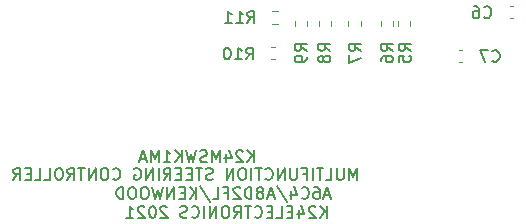
<source format=gbr>
%TF.GenerationSoftware,KiCad,Pcbnew,(5.1.9)-1*%
%TF.CreationDate,2021-10-08T19:18:35+02:00*%
%TF.ProjectId,multi_steering_kenwood_K24MSWK1MA,6d756c74-695f-4737-9465-6572696e675f,rev?*%
%TF.SameCoordinates,Original*%
%TF.FileFunction,Legend,Bot*%
%TF.FilePolarity,Positive*%
%FSLAX46Y46*%
G04 Gerber Fmt 4.6, Leading zero omitted, Abs format (unit mm)*
G04 Created by KiCad (PCBNEW (5.1.9)-1) date 2021-10-08 19:18:35*
%MOMM*%
%LPD*%
G01*
G04 APERTURE LIST*
%ADD10C,0.150000*%
%ADD11C,0.120000*%
G04 APERTURE END LIST*
D10*
X111858880Y-132100180D02*
X111858880Y-131100180D01*
X111287452Y-132100180D02*
X111716023Y-131528752D01*
X111287452Y-131100180D02*
X111858880Y-131671609D01*
X110906500Y-131195419D02*
X110858880Y-131147800D01*
X110763642Y-131100180D01*
X110525547Y-131100180D01*
X110430309Y-131147800D01*
X110382690Y-131195419D01*
X110335071Y-131290657D01*
X110335071Y-131385895D01*
X110382690Y-131528752D01*
X110954119Y-132100180D01*
X110335071Y-132100180D01*
X109477928Y-131433514D02*
X109477928Y-132100180D01*
X109716023Y-131052561D02*
X109954119Y-131766847D01*
X109335071Y-131766847D01*
X108954119Y-131576371D02*
X108620785Y-131576371D01*
X108477928Y-132100180D02*
X108954119Y-132100180D01*
X108954119Y-131100180D01*
X108477928Y-131100180D01*
X107573166Y-132100180D02*
X108049357Y-132100180D01*
X108049357Y-131100180D01*
X107239833Y-131576371D02*
X106906500Y-131576371D01*
X106763642Y-132100180D02*
X107239833Y-132100180D01*
X107239833Y-131100180D01*
X106763642Y-131100180D01*
X105763642Y-132004942D02*
X105811261Y-132052561D01*
X105954119Y-132100180D01*
X106049357Y-132100180D01*
X106192214Y-132052561D01*
X106287452Y-131957323D01*
X106335071Y-131862085D01*
X106382690Y-131671609D01*
X106382690Y-131528752D01*
X106335071Y-131338276D01*
X106287452Y-131243038D01*
X106192214Y-131147800D01*
X106049357Y-131100180D01*
X105954119Y-131100180D01*
X105811261Y-131147800D01*
X105763642Y-131195419D01*
X105477928Y-131100180D02*
X104906500Y-131100180D01*
X105192214Y-132100180D02*
X105192214Y-131100180D01*
X104001738Y-132100180D02*
X104335071Y-131623990D01*
X104573166Y-132100180D02*
X104573166Y-131100180D01*
X104192214Y-131100180D01*
X104096976Y-131147800D01*
X104049357Y-131195419D01*
X104001738Y-131290657D01*
X104001738Y-131433514D01*
X104049357Y-131528752D01*
X104096976Y-131576371D01*
X104192214Y-131623990D01*
X104573166Y-131623990D01*
X103382690Y-131100180D02*
X103192214Y-131100180D01*
X103096976Y-131147800D01*
X103001738Y-131243038D01*
X102954119Y-131433514D01*
X102954119Y-131766847D01*
X103001738Y-131957323D01*
X103096976Y-132052561D01*
X103192214Y-132100180D01*
X103382690Y-132100180D01*
X103477928Y-132052561D01*
X103573166Y-131957323D01*
X103620785Y-131766847D01*
X103620785Y-131433514D01*
X103573166Y-131243038D01*
X103477928Y-131147800D01*
X103382690Y-131100180D01*
X102525547Y-132100180D02*
X102525547Y-131100180D01*
X101954119Y-132100180D01*
X101954119Y-131100180D01*
X101477928Y-132100180D02*
X101477928Y-131100180D01*
X100430309Y-132004942D02*
X100477928Y-132052561D01*
X100620785Y-132100180D01*
X100716023Y-132100180D01*
X100858880Y-132052561D01*
X100954119Y-131957323D01*
X101001738Y-131862085D01*
X101049357Y-131671609D01*
X101049357Y-131528752D01*
X101001738Y-131338276D01*
X100954119Y-131243038D01*
X100858880Y-131147800D01*
X100716023Y-131100180D01*
X100620785Y-131100180D01*
X100477928Y-131147800D01*
X100430309Y-131195419D01*
X100049357Y-132052561D02*
X99906500Y-132100180D01*
X99668404Y-132100180D01*
X99573166Y-132052561D01*
X99525547Y-132004942D01*
X99477928Y-131909704D01*
X99477928Y-131814466D01*
X99525547Y-131719228D01*
X99573166Y-131671609D01*
X99668404Y-131623990D01*
X99858880Y-131576371D01*
X99954119Y-131528752D01*
X100001738Y-131481133D01*
X100049357Y-131385895D01*
X100049357Y-131290657D01*
X100001738Y-131195419D01*
X99954119Y-131147800D01*
X99858880Y-131100180D01*
X99620785Y-131100180D01*
X99477928Y-131147800D01*
X98335071Y-131195419D02*
X98287452Y-131147800D01*
X98192214Y-131100180D01*
X97954119Y-131100180D01*
X97858880Y-131147800D01*
X97811261Y-131195419D01*
X97763642Y-131290657D01*
X97763642Y-131385895D01*
X97811261Y-131528752D01*
X98382690Y-132100180D01*
X97763642Y-132100180D01*
X97144595Y-131100180D02*
X97049357Y-131100180D01*
X96954119Y-131147800D01*
X96906500Y-131195419D01*
X96858880Y-131290657D01*
X96811261Y-131481133D01*
X96811261Y-131719228D01*
X96858880Y-131909704D01*
X96906500Y-132004942D01*
X96954119Y-132052561D01*
X97049357Y-132100180D01*
X97144595Y-132100180D01*
X97239833Y-132052561D01*
X97287452Y-132004942D01*
X97335071Y-131909704D01*
X97382690Y-131719228D01*
X97382690Y-131481133D01*
X97335071Y-131290657D01*
X97287452Y-131195419D01*
X97239833Y-131147800D01*
X97144595Y-131100180D01*
X96430309Y-131195419D02*
X96382690Y-131147800D01*
X96287452Y-131100180D01*
X96049357Y-131100180D01*
X95954119Y-131147800D01*
X95906500Y-131195419D01*
X95858880Y-131290657D01*
X95858880Y-131385895D01*
X95906500Y-131528752D01*
X96477928Y-132100180D01*
X95858880Y-132100180D01*
X94906500Y-132100180D02*
X95477928Y-132100180D01*
X95192214Y-132100180D02*
X95192214Y-131100180D01*
X95287452Y-131243038D01*
X95382690Y-131338276D01*
X95477928Y-131385895D01*
X112154119Y-130214466D02*
X111677928Y-130214466D01*
X112249357Y-130500180D02*
X111916023Y-129500180D01*
X111582690Y-130500180D01*
X110820785Y-129500180D02*
X111011261Y-129500180D01*
X111106500Y-129547800D01*
X111154119Y-129595419D01*
X111249357Y-129738276D01*
X111296976Y-129928752D01*
X111296976Y-130309704D01*
X111249357Y-130404942D01*
X111201738Y-130452561D01*
X111106500Y-130500180D01*
X110916023Y-130500180D01*
X110820785Y-130452561D01*
X110773166Y-130404942D01*
X110725547Y-130309704D01*
X110725547Y-130071609D01*
X110773166Y-129976371D01*
X110820785Y-129928752D01*
X110916023Y-129881133D01*
X111106500Y-129881133D01*
X111201738Y-129928752D01*
X111249357Y-129976371D01*
X111296976Y-130071609D01*
X109725547Y-130404942D02*
X109773166Y-130452561D01*
X109916023Y-130500180D01*
X110011261Y-130500180D01*
X110154119Y-130452561D01*
X110249357Y-130357323D01*
X110296976Y-130262085D01*
X110344595Y-130071609D01*
X110344595Y-129928752D01*
X110296976Y-129738276D01*
X110249357Y-129643038D01*
X110154119Y-129547800D01*
X110011261Y-129500180D01*
X109916023Y-129500180D01*
X109773166Y-129547800D01*
X109725547Y-129595419D01*
X108868404Y-129833514D02*
X108868404Y-130500180D01*
X109106500Y-129452561D02*
X109344595Y-130166847D01*
X108725547Y-130166847D01*
X107630309Y-129452561D02*
X108487452Y-130738276D01*
X107344595Y-130214466D02*
X106868404Y-130214466D01*
X107439833Y-130500180D02*
X107106500Y-129500180D01*
X106773166Y-130500180D01*
X106296976Y-129928752D02*
X106392214Y-129881133D01*
X106439833Y-129833514D01*
X106487452Y-129738276D01*
X106487452Y-129690657D01*
X106439833Y-129595419D01*
X106392214Y-129547800D01*
X106296976Y-129500180D01*
X106106500Y-129500180D01*
X106011261Y-129547800D01*
X105963642Y-129595419D01*
X105916023Y-129690657D01*
X105916023Y-129738276D01*
X105963642Y-129833514D01*
X106011261Y-129881133D01*
X106106500Y-129928752D01*
X106296976Y-129928752D01*
X106392214Y-129976371D01*
X106439833Y-130023990D01*
X106487452Y-130119228D01*
X106487452Y-130309704D01*
X106439833Y-130404942D01*
X106392214Y-130452561D01*
X106296976Y-130500180D01*
X106106500Y-130500180D01*
X106011261Y-130452561D01*
X105963642Y-130404942D01*
X105916023Y-130309704D01*
X105916023Y-130119228D01*
X105963642Y-130023990D01*
X106011261Y-129976371D01*
X106106500Y-129928752D01*
X105487452Y-130500180D02*
X105487452Y-129500180D01*
X105249357Y-129500180D01*
X105106500Y-129547800D01*
X105011261Y-129643038D01*
X104963642Y-129738276D01*
X104916023Y-129928752D01*
X104916023Y-130071609D01*
X104963642Y-130262085D01*
X105011261Y-130357323D01*
X105106500Y-130452561D01*
X105249357Y-130500180D01*
X105487452Y-130500180D01*
X104535071Y-129595419D02*
X104487452Y-129547800D01*
X104392214Y-129500180D01*
X104154119Y-129500180D01*
X104058880Y-129547800D01*
X104011261Y-129595419D01*
X103963642Y-129690657D01*
X103963642Y-129785895D01*
X104011261Y-129928752D01*
X104582690Y-130500180D01*
X103963642Y-130500180D01*
X103201738Y-129976371D02*
X103535071Y-129976371D01*
X103535071Y-130500180D02*
X103535071Y-129500180D01*
X103058880Y-129500180D01*
X102201738Y-130500180D02*
X102677928Y-130500180D01*
X102677928Y-129500180D01*
X101154119Y-129452561D02*
X102011261Y-130738276D01*
X100820785Y-130500180D02*
X100820785Y-129500180D01*
X100249357Y-130500180D02*
X100677928Y-129928752D01*
X100249357Y-129500180D02*
X100820785Y-130071609D01*
X99820785Y-129976371D02*
X99487452Y-129976371D01*
X99344595Y-130500180D02*
X99820785Y-130500180D01*
X99820785Y-129500180D01*
X99344595Y-129500180D01*
X98916023Y-130500180D02*
X98916023Y-129500180D01*
X98344595Y-130500180D01*
X98344595Y-129500180D01*
X97963642Y-129500180D02*
X97725547Y-130500180D01*
X97535071Y-129785895D01*
X97344595Y-130500180D01*
X97106500Y-129500180D01*
X96535071Y-129500180D02*
X96344595Y-129500180D01*
X96249357Y-129547800D01*
X96154119Y-129643038D01*
X96106500Y-129833514D01*
X96106500Y-130166847D01*
X96154119Y-130357323D01*
X96249357Y-130452561D01*
X96344595Y-130500180D01*
X96535071Y-130500180D01*
X96630309Y-130452561D01*
X96725547Y-130357323D01*
X96773166Y-130166847D01*
X96773166Y-129833514D01*
X96725547Y-129643038D01*
X96630309Y-129547800D01*
X96535071Y-129500180D01*
X95487452Y-129500180D02*
X95296976Y-129500180D01*
X95201738Y-129547800D01*
X95106500Y-129643038D01*
X95058880Y-129833514D01*
X95058880Y-130166847D01*
X95106500Y-130357323D01*
X95201738Y-130452561D01*
X95296976Y-130500180D01*
X95487452Y-130500180D01*
X95582690Y-130452561D01*
X95677928Y-130357323D01*
X95725547Y-130166847D01*
X95725547Y-129833514D01*
X95677928Y-129643038D01*
X95582690Y-129547800D01*
X95487452Y-129500180D01*
X94630309Y-130500180D02*
X94630309Y-129500180D01*
X94392214Y-129500180D01*
X94249357Y-129547800D01*
X94154119Y-129643038D01*
X94106500Y-129738276D01*
X94058880Y-129928752D01*
X94058880Y-130071609D01*
X94106500Y-130262085D01*
X94154119Y-130357323D01*
X94249357Y-130452561D01*
X94392214Y-130500180D01*
X94630309Y-130500180D01*
X114430309Y-128900180D02*
X114430309Y-127900180D01*
X114096976Y-128614466D01*
X113763642Y-127900180D01*
X113763642Y-128900180D01*
X113287452Y-127900180D02*
X113287452Y-128709704D01*
X113239833Y-128804942D01*
X113192214Y-128852561D01*
X113096976Y-128900180D01*
X112906500Y-128900180D01*
X112811261Y-128852561D01*
X112763642Y-128804942D01*
X112716023Y-128709704D01*
X112716023Y-127900180D01*
X111763642Y-128900180D02*
X112239833Y-128900180D01*
X112239833Y-127900180D01*
X111573166Y-127900180D02*
X111001738Y-127900180D01*
X111287452Y-128900180D02*
X111287452Y-127900180D01*
X110668404Y-128900180D02*
X110668404Y-127900180D01*
X109858880Y-128376371D02*
X110192214Y-128376371D01*
X110192214Y-128900180D02*
X110192214Y-127900180D01*
X109716023Y-127900180D01*
X109335071Y-127900180D02*
X109335071Y-128709704D01*
X109287452Y-128804942D01*
X109239833Y-128852561D01*
X109144595Y-128900180D01*
X108954119Y-128900180D01*
X108858880Y-128852561D01*
X108811261Y-128804942D01*
X108763642Y-128709704D01*
X108763642Y-127900180D01*
X108287452Y-128900180D02*
X108287452Y-127900180D01*
X107716023Y-128900180D01*
X107716023Y-127900180D01*
X106668404Y-128804942D02*
X106716023Y-128852561D01*
X106858880Y-128900180D01*
X106954119Y-128900180D01*
X107096976Y-128852561D01*
X107192214Y-128757323D01*
X107239833Y-128662085D01*
X107287452Y-128471609D01*
X107287452Y-128328752D01*
X107239833Y-128138276D01*
X107192214Y-128043038D01*
X107096976Y-127947800D01*
X106954119Y-127900180D01*
X106858880Y-127900180D01*
X106716023Y-127947800D01*
X106668404Y-127995419D01*
X106382690Y-127900180D02*
X105811261Y-127900180D01*
X106096976Y-128900180D02*
X106096976Y-127900180D01*
X105477928Y-128900180D02*
X105477928Y-127900180D01*
X104811261Y-127900180D02*
X104620785Y-127900180D01*
X104525547Y-127947800D01*
X104430309Y-128043038D01*
X104382690Y-128233514D01*
X104382690Y-128566847D01*
X104430309Y-128757323D01*
X104525547Y-128852561D01*
X104620785Y-128900180D01*
X104811261Y-128900180D01*
X104906500Y-128852561D01*
X105001738Y-128757323D01*
X105049357Y-128566847D01*
X105049357Y-128233514D01*
X105001738Y-128043038D01*
X104906500Y-127947800D01*
X104811261Y-127900180D01*
X103954119Y-128900180D02*
X103954119Y-127900180D01*
X103382690Y-128900180D01*
X103382690Y-127900180D01*
X102192214Y-128852561D02*
X102049357Y-128900180D01*
X101811261Y-128900180D01*
X101716023Y-128852561D01*
X101668404Y-128804942D01*
X101620785Y-128709704D01*
X101620785Y-128614466D01*
X101668404Y-128519228D01*
X101716023Y-128471609D01*
X101811261Y-128423990D01*
X102001738Y-128376371D01*
X102096976Y-128328752D01*
X102144595Y-128281133D01*
X102192214Y-128185895D01*
X102192214Y-128090657D01*
X102144595Y-127995419D01*
X102096976Y-127947800D01*
X102001738Y-127900180D01*
X101763642Y-127900180D01*
X101620785Y-127947800D01*
X101335071Y-127900180D02*
X100763642Y-127900180D01*
X101049357Y-128900180D02*
X101049357Y-127900180D01*
X100430309Y-128376371D02*
X100096976Y-128376371D01*
X99954119Y-128900180D02*
X100430309Y-128900180D01*
X100430309Y-127900180D01*
X99954119Y-127900180D01*
X99525547Y-128376371D02*
X99192214Y-128376371D01*
X99049357Y-128900180D02*
X99525547Y-128900180D01*
X99525547Y-127900180D01*
X99049357Y-127900180D01*
X98049357Y-128900180D02*
X98382690Y-128423990D01*
X98620785Y-128900180D02*
X98620785Y-127900180D01*
X98239833Y-127900180D01*
X98144595Y-127947800D01*
X98096976Y-127995419D01*
X98049357Y-128090657D01*
X98049357Y-128233514D01*
X98096976Y-128328752D01*
X98144595Y-128376371D01*
X98239833Y-128423990D01*
X98620785Y-128423990D01*
X97620785Y-128900180D02*
X97620785Y-127900180D01*
X97144595Y-128900180D02*
X97144595Y-127900180D01*
X96573166Y-128900180D01*
X96573166Y-127900180D01*
X95573166Y-127947800D02*
X95668404Y-127900180D01*
X95811261Y-127900180D01*
X95954119Y-127947800D01*
X96049357Y-128043038D01*
X96096976Y-128138276D01*
X96144595Y-128328752D01*
X96144595Y-128471609D01*
X96096976Y-128662085D01*
X96049357Y-128757323D01*
X95954119Y-128852561D01*
X95811261Y-128900180D01*
X95716023Y-128900180D01*
X95573166Y-128852561D01*
X95525547Y-128804942D01*
X95525547Y-128471609D01*
X95716023Y-128471609D01*
X93763642Y-128804942D02*
X93811261Y-128852561D01*
X93954119Y-128900180D01*
X94049357Y-128900180D01*
X94192214Y-128852561D01*
X94287452Y-128757323D01*
X94335071Y-128662085D01*
X94382690Y-128471609D01*
X94382690Y-128328752D01*
X94335071Y-128138276D01*
X94287452Y-128043038D01*
X94192214Y-127947800D01*
X94049357Y-127900180D01*
X93954119Y-127900180D01*
X93811261Y-127947800D01*
X93763642Y-127995419D01*
X93144595Y-127900180D02*
X92954119Y-127900180D01*
X92858880Y-127947800D01*
X92763642Y-128043038D01*
X92716023Y-128233514D01*
X92716023Y-128566847D01*
X92763642Y-128757323D01*
X92858880Y-128852561D01*
X92954119Y-128900180D01*
X93144595Y-128900180D01*
X93239833Y-128852561D01*
X93335071Y-128757323D01*
X93382690Y-128566847D01*
X93382690Y-128233514D01*
X93335071Y-128043038D01*
X93239833Y-127947800D01*
X93144595Y-127900180D01*
X92287452Y-128900180D02*
X92287452Y-127900180D01*
X91716023Y-128900180D01*
X91716023Y-127900180D01*
X91382690Y-127900180D02*
X90811261Y-127900180D01*
X91096976Y-128900180D02*
X91096976Y-127900180D01*
X89906500Y-128900180D02*
X90239833Y-128423990D01*
X90477928Y-128900180D02*
X90477928Y-127900180D01*
X90096976Y-127900180D01*
X90001738Y-127947800D01*
X89954119Y-127995419D01*
X89906500Y-128090657D01*
X89906500Y-128233514D01*
X89954119Y-128328752D01*
X90001738Y-128376371D01*
X90096976Y-128423990D01*
X90477928Y-128423990D01*
X89287452Y-127900180D02*
X89096976Y-127900180D01*
X89001738Y-127947800D01*
X88906500Y-128043038D01*
X88858880Y-128233514D01*
X88858880Y-128566847D01*
X88906500Y-128757323D01*
X89001738Y-128852561D01*
X89096976Y-128900180D01*
X89287452Y-128900180D01*
X89382690Y-128852561D01*
X89477928Y-128757323D01*
X89525547Y-128566847D01*
X89525547Y-128233514D01*
X89477928Y-128043038D01*
X89382690Y-127947800D01*
X89287452Y-127900180D01*
X87954119Y-128900180D02*
X88430309Y-128900180D01*
X88430309Y-127900180D01*
X87144595Y-128900180D02*
X87620785Y-128900180D01*
X87620785Y-127900180D01*
X86811261Y-128376371D02*
X86477928Y-128376371D01*
X86335071Y-128900180D02*
X86811261Y-128900180D01*
X86811261Y-127900180D01*
X86335071Y-127900180D01*
X85335071Y-128900180D02*
X85668404Y-128423990D01*
X85906500Y-128900180D02*
X85906500Y-127900180D01*
X85525547Y-127900180D01*
X85430309Y-127947800D01*
X85382690Y-127995419D01*
X85335071Y-128090657D01*
X85335071Y-128233514D01*
X85382690Y-128328752D01*
X85430309Y-128376371D01*
X85525547Y-128423990D01*
X85906500Y-128423990D01*
X105716023Y-127400180D02*
X105716023Y-126400180D01*
X105144595Y-127400180D02*
X105573166Y-126828752D01*
X105144595Y-126400180D02*
X105716023Y-126971609D01*
X104763642Y-126495419D02*
X104716023Y-126447800D01*
X104620785Y-126400180D01*
X104382690Y-126400180D01*
X104287452Y-126447800D01*
X104239833Y-126495419D01*
X104192214Y-126590657D01*
X104192214Y-126685895D01*
X104239833Y-126828752D01*
X104811261Y-127400180D01*
X104192214Y-127400180D01*
X103335071Y-126733514D02*
X103335071Y-127400180D01*
X103573166Y-126352561D02*
X103811261Y-127066847D01*
X103192214Y-127066847D01*
X102811261Y-127400180D02*
X102811261Y-126400180D01*
X102477928Y-127114466D01*
X102144595Y-126400180D01*
X102144595Y-127400180D01*
X101716023Y-127352561D02*
X101573166Y-127400180D01*
X101335071Y-127400180D01*
X101239833Y-127352561D01*
X101192214Y-127304942D01*
X101144595Y-127209704D01*
X101144595Y-127114466D01*
X101192214Y-127019228D01*
X101239833Y-126971609D01*
X101335071Y-126923990D01*
X101525547Y-126876371D01*
X101620785Y-126828752D01*
X101668404Y-126781133D01*
X101716023Y-126685895D01*
X101716023Y-126590657D01*
X101668404Y-126495419D01*
X101620785Y-126447800D01*
X101525547Y-126400180D01*
X101287452Y-126400180D01*
X101144595Y-126447800D01*
X100811261Y-126400180D02*
X100573166Y-127400180D01*
X100382690Y-126685895D01*
X100192214Y-127400180D01*
X99954119Y-126400180D01*
X99573166Y-127400180D02*
X99573166Y-126400180D01*
X99001738Y-127400180D02*
X99430309Y-126828752D01*
X99001738Y-126400180D02*
X99573166Y-126971609D01*
X98049357Y-127400180D02*
X98620785Y-127400180D01*
X98335071Y-127400180D02*
X98335071Y-126400180D01*
X98430309Y-126543038D01*
X98525547Y-126638276D01*
X98620785Y-126685895D01*
X97620785Y-127400180D02*
X97620785Y-126400180D01*
X97287452Y-127114466D01*
X96954119Y-126400180D01*
X96954119Y-127400180D01*
X96525547Y-127114466D02*
X96049357Y-127114466D01*
X96620785Y-127400180D02*
X96287452Y-126400180D01*
X95954119Y-127400180D01*
D11*
%TO.C,R11*%
X107693758Y-114625300D02*
X107219242Y-114625300D01*
X107693758Y-115670300D02*
X107219242Y-115670300D01*
%TO.C,R10*%
X107447080Y-117637800D02*
X107165920Y-117637800D01*
X107447080Y-118657800D02*
X107165920Y-118657800D01*
%TO.C,R9*%
X110229000Y-115885058D02*
X110229000Y-115410542D01*
X109184000Y-115885058D02*
X109184000Y-115410542D01*
%TO.C,R8*%
X112229000Y-115885058D02*
X112229000Y-115410542D01*
X111184000Y-115885058D02*
X111184000Y-115410542D01*
%TO.C,R7*%
X114729000Y-115885058D02*
X114729000Y-115410542D01*
X113684000Y-115885058D02*
X113684000Y-115410542D01*
%TO.C,R6*%
X117479000Y-115885058D02*
X117479000Y-115410542D01*
X116434000Y-115885058D02*
X116434000Y-115410542D01*
%TO.C,R5*%
X118929000Y-115885058D02*
X118929000Y-115410542D01*
X117884000Y-115885058D02*
X117884000Y-115410542D01*
%TO.C,C7*%
X123065920Y-118907800D02*
X123347080Y-118907800D01*
X123065920Y-117887800D02*
X123347080Y-117887800D01*
%TO.C,C6*%
X127365920Y-115157800D02*
X127647080Y-115157800D01*
X127365920Y-114137800D02*
X127647080Y-114137800D01*
%TO.C,R11*%
D10*
X105149357Y-115600180D02*
X105482690Y-115123990D01*
X105720785Y-115600180D02*
X105720785Y-114600180D01*
X105339833Y-114600180D01*
X105244595Y-114647800D01*
X105196976Y-114695419D01*
X105149357Y-114790657D01*
X105149357Y-114933514D01*
X105196976Y-115028752D01*
X105244595Y-115076371D01*
X105339833Y-115123990D01*
X105720785Y-115123990D01*
X104196976Y-115600180D02*
X104768404Y-115600180D01*
X104482690Y-115600180D02*
X104482690Y-114600180D01*
X104577928Y-114743038D01*
X104673166Y-114838276D01*
X104768404Y-114885895D01*
X103244595Y-115600180D02*
X103816023Y-115600180D01*
X103530309Y-115600180D02*
X103530309Y-114600180D01*
X103625547Y-114743038D01*
X103720785Y-114838276D01*
X103816023Y-114885895D01*
%TO.C,R10*%
X105049357Y-118700180D02*
X105382690Y-118223990D01*
X105620785Y-118700180D02*
X105620785Y-117700180D01*
X105239833Y-117700180D01*
X105144595Y-117747800D01*
X105096976Y-117795419D01*
X105049357Y-117890657D01*
X105049357Y-118033514D01*
X105096976Y-118128752D01*
X105144595Y-118176371D01*
X105239833Y-118223990D01*
X105620785Y-118223990D01*
X104096976Y-118700180D02*
X104668404Y-118700180D01*
X104382690Y-118700180D02*
X104382690Y-117700180D01*
X104477928Y-117843038D01*
X104573166Y-117938276D01*
X104668404Y-117985895D01*
X103477928Y-117700180D02*
X103382690Y-117700180D01*
X103287452Y-117747800D01*
X103239833Y-117795419D01*
X103192214Y-117890657D01*
X103144595Y-118081133D01*
X103144595Y-118319228D01*
X103192214Y-118509704D01*
X103239833Y-118604942D01*
X103287452Y-118652561D01*
X103382690Y-118700180D01*
X103477928Y-118700180D01*
X103573166Y-118652561D01*
X103620785Y-118604942D01*
X103668404Y-118509704D01*
X103716023Y-118319228D01*
X103716023Y-118081133D01*
X103668404Y-117890657D01*
X103620785Y-117795419D01*
X103573166Y-117747800D01*
X103477928Y-117700180D01*
%TO.C,R9*%
X110158880Y-117981133D02*
X109682690Y-117647800D01*
X110158880Y-117409704D02*
X109158880Y-117409704D01*
X109158880Y-117790657D01*
X109206500Y-117885895D01*
X109254119Y-117933514D01*
X109349357Y-117981133D01*
X109492214Y-117981133D01*
X109587452Y-117933514D01*
X109635071Y-117885895D01*
X109682690Y-117790657D01*
X109682690Y-117409704D01*
X110158880Y-118457323D02*
X110158880Y-118647800D01*
X110111261Y-118743038D01*
X110063642Y-118790657D01*
X109920785Y-118885895D01*
X109730309Y-118933514D01*
X109349357Y-118933514D01*
X109254119Y-118885895D01*
X109206500Y-118838276D01*
X109158880Y-118743038D01*
X109158880Y-118552561D01*
X109206500Y-118457323D01*
X109254119Y-118409704D01*
X109349357Y-118362085D01*
X109587452Y-118362085D01*
X109682690Y-118409704D01*
X109730309Y-118457323D01*
X109777928Y-118552561D01*
X109777928Y-118743038D01*
X109730309Y-118838276D01*
X109682690Y-118885895D01*
X109587452Y-118933514D01*
%TO.C,R8*%
X112158880Y-117981133D02*
X111682690Y-117647800D01*
X112158880Y-117409704D02*
X111158880Y-117409704D01*
X111158880Y-117790657D01*
X111206500Y-117885895D01*
X111254119Y-117933514D01*
X111349357Y-117981133D01*
X111492214Y-117981133D01*
X111587452Y-117933514D01*
X111635071Y-117885895D01*
X111682690Y-117790657D01*
X111682690Y-117409704D01*
X111587452Y-118552561D02*
X111539833Y-118457323D01*
X111492214Y-118409704D01*
X111396976Y-118362085D01*
X111349357Y-118362085D01*
X111254119Y-118409704D01*
X111206500Y-118457323D01*
X111158880Y-118552561D01*
X111158880Y-118743038D01*
X111206500Y-118838276D01*
X111254119Y-118885895D01*
X111349357Y-118933514D01*
X111396976Y-118933514D01*
X111492214Y-118885895D01*
X111539833Y-118838276D01*
X111587452Y-118743038D01*
X111587452Y-118552561D01*
X111635071Y-118457323D01*
X111682690Y-118409704D01*
X111777928Y-118362085D01*
X111968404Y-118362085D01*
X112063642Y-118409704D01*
X112111261Y-118457323D01*
X112158880Y-118552561D01*
X112158880Y-118743038D01*
X112111261Y-118838276D01*
X112063642Y-118885895D01*
X111968404Y-118933514D01*
X111777928Y-118933514D01*
X111682690Y-118885895D01*
X111635071Y-118838276D01*
X111587452Y-118743038D01*
%TO.C,R7*%
X114758880Y-117981133D02*
X114282690Y-117647800D01*
X114758880Y-117409704D02*
X113758880Y-117409704D01*
X113758880Y-117790657D01*
X113806500Y-117885895D01*
X113854119Y-117933514D01*
X113949357Y-117981133D01*
X114092214Y-117981133D01*
X114187452Y-117933514D01*
X114235071Y-117885895D01*
X114282690Y-117790657D01*
X114282690Y-117409704D01*
X113758880Y-118314466D02*
X113758880Y-118981133D01*
X114758880Y-118552561D01*
%TO.C,R6*%
X117458880Y-117981133D02*
X116982690Y-117647800D01*
X117458880Y-117409704D02*
X116458880Y-117409704D01*
X116458880Y-117790657D01*
X116506500Y-117885895D01*
X116554119Y-117933514D01*
X116649357Y-117981133D01*
X116792214Y-117981133D01*
X116887452Y-117933514D01*
X116935071Y-117885895D01*
X116982690Y-117790657D01*
X116982690Y-117409704D01*
X116458880Y-118838276D02*
X116458880Y-118647800D01*
X116506500Y-118552561D01*
X116554119Y-118504942D01*
X116696976Y-118409704D01*
X116887452Y-118362085D01*
X117268404Y-118362085D01*
X117363642Y-118409704D01*
X117411261Y-118457323D01*
X117458880Y-118552561D01*
X117458880Y-118743038D01*
X117411261Y-118838276D01*
X117363642Y-118885895D01*
X117268404Y-118933514D01*
X117030309Y-118933514D01*
X116935071Y-118885895D01*
X116887452Y-118838276D01*
X116839833Y-118743038D01*
X116839833Y-118552561D01*
X116887452Y-118457323D01*
X116935071Y-118409704D01*
X117030309Y-118362085D01*
%TO.C,R5*%
X118958880Y-117981133D02*
X118482690Y-117647800D01*
X118958880Y-117409704D02*
X117958880Y-117409704D01*
X117958880Y-117790657D01*
X118006500Y-117885895D01*
X118054119Y-117933514D01*
X118149357Y-117981133D01*
X118292214Y-117981133D01*
X118387452Y-117933514D01*
X118435071Y-117885895D01*
X118482690Y-117790657D01*
X118482690Y-117409704D01*
X117958880Y-118885895D02*
X117958880Y-118409704D01*
X118435071Y-118362085D01*
X118387452Y-118409704D01*
X118339833Y-118504942D01*
X118339833Y-118743038D01*
X118387452Y-118838276D01*
X118435071Y-118885895D01*
X118530309Y-118933514D01*
X118768404Y-118933514D01*
X118863642Y-118885895D01*
X118911261Y-118838276D01*
X118958880Y-118743038D01*
X118958880Y-118504942D01*
X118911261Y-118409704D01*
X118863642Y-118362085D01*
%TO.C,C7*%
X125873166Y-118804942D02*
X125920785Y-118852561D01*
X126063642Y-118900180D01*
X126158880Y-118900180D01*
X126301738Y-118852561D01*
X126396976Y-118757323D01*
X126444595Y-118662085D01*
X126492214Y-118471609D01*
X126492214Y-118328752D01*
X126444595Y-118138276D01*
X126396976Y-118043038D01*
X126301738Y-117947800D01*
X126158880Y-117900180D01*
X126063642Y-117900180D01*
X125920785Y-117947800D01*
X125873166Y-117995419D01*
X125539833Y-117900180D02*
X124873166Y-117900180D01*
X125301738Y-118900180D01*
%TO.C,C6*%
X125173166Y-115104942D02*
X125220785Y-115152561D01*
X125363642Y-115200180D01*
X125458880Y-115200180D01*
X125601738Y-115152561D01*
X125696976Y-115057323D01*
X125744595Y-114962085D01*
X125792214Y-114771609D01*
X125792214Y-114628752D01*
X125744595Y-114438276D01*
X125696976Y-114343038D01*
X125601738Y-114247800D01*
X125458880Y-114200180D01*
X125363642Y-114200180D01*
X125220785Y-114247800D01*
X125173166Y-114295419D01*
X124316023Y-114200180D02*
X124506500Y-114200180D01*
X124601738Y-114247800D01*
X124649357Y-114295419D01*
X124744595Y-114438276D01*
X124792214Y-114628752D01*
X124792214Y-115009704D01*
X124744595Y-115104942D01*
X124696976Y-115152561D01*
X124601738Y-115200180D01*
X124411261Y-115200180D01*
X124316023Y-115152561D01*
X124268404Y-115104942D01*
X124220785Y-115009704D01*
X124220785Y-114771609D01*
X124268404Y-114676371D01*
X124316023Y-114628752D01*
X124411261Y-114581133D01*
X124601738Y-114581133D01*
X124696976Y-114628752D01*
X124744595Y-114676371D01*
X124792214Y-114771609D01*
%TD*%
M02*

</source>
